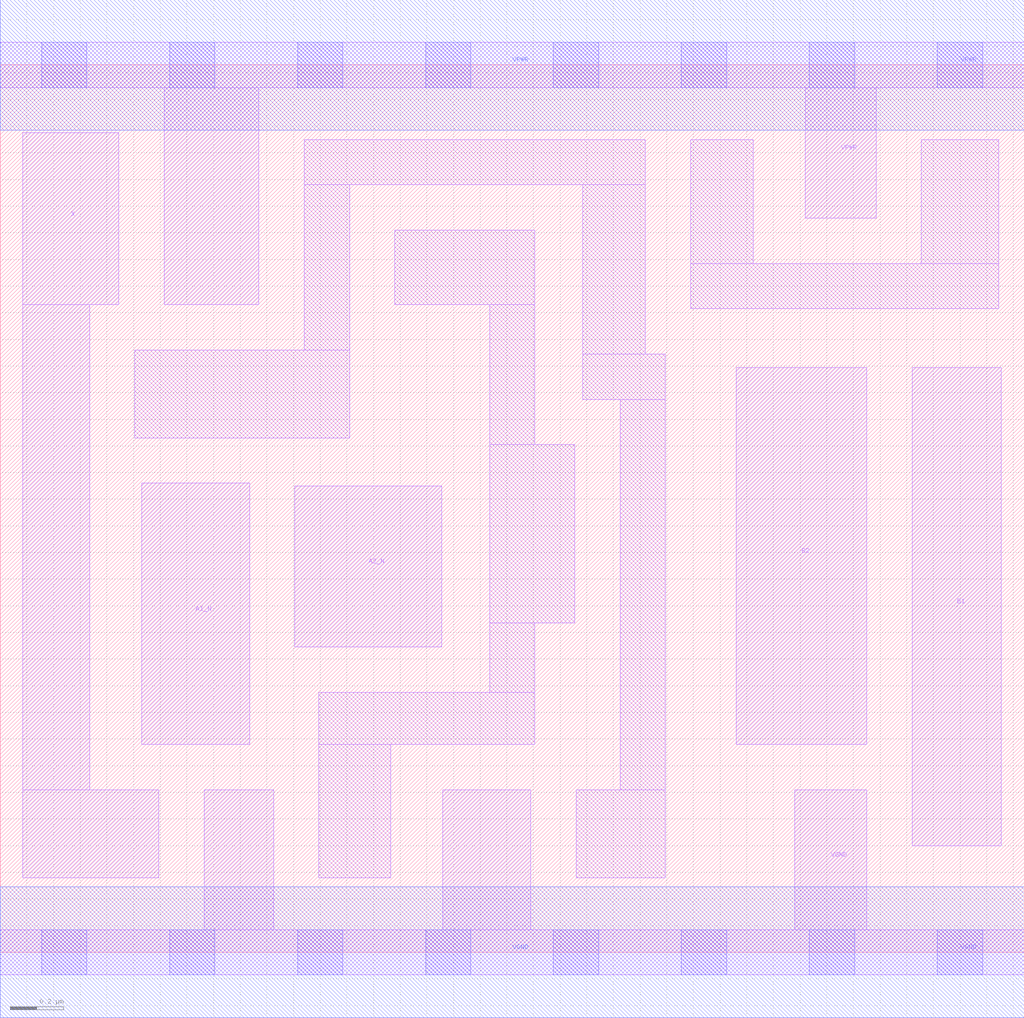
<source format=lef>
# Copyright 2020 The SkyWater PDK Authors
#
# Licensed under the Apache License, Version 2.0 (the "License");
# you may not use this file except in compliance with the License.
# You may obtain a copy of the License at
#
#     https://www.apache.org/licenses/LICENSE-2.0
#
# Unless required by applicable law or agreed to in writing, software
# distributed under the License is distributed on an "AS IS" BASIS,
# WITHOUT WARRANTIES OR CONDITIONS OF ANY KIND, either express or implied.
# See the License for the specific language governing permissions and
# limitations under the License.
#
# SPDX-License-Identifier: Apache-2.0

VERSION 5.7 ;
  NAMESCASESENSITIVE ON ;
  NOWIREEXTENSIONATPIN ON ;
  DIVIDERCHAR "/" ;
  BUSBITCHARS "[]" ;
UNITS
  DATABASE MICRONS 200 ;
END UNITS
MACRO sky130_fd_sc_lp__a2bb2o_0
  CLASS CORE ;
  SOURCE USER ;
  FOREIGN sky130_fd_sc_lp__a2bb2o_0 ;
  ORIGIN  0.000000  0.000000 ;
  SIZE  3.840000 BY  3.330000 ;
  SYMMETRY X Y R90 ;
  SITE unit ;
  PIN A1_N
    ANTENNAGATEAREA  0.126000 ;
    DIRECTION INPUT ;
    USE SIGNAL ;
    PORT
      LAYER li1 ;
        RECT 0.530000 0.780000 0.935000 1.760000 ;
    END
  END A1_N
  PIN A2_N
    ANTENNAGATEAREA  0.126000 ;
    DIRECTION INPUT ;
    USE SIGNAL ;
    PORT
      LAYER li1 ;
        RECT 1.105000 1.145000 1.655000 1.750000 ;
    END
  END A2_N
  PIN B1
    ANTENNAGATEAREA  0.126000 ;
    DIRECTION INPUT ;
    USE SIGNAL ;
    PORT
      LAYER li1 ;
        RECT 3.420000 0.400000 3.755000 2.195000 ;
    END
  END B1
  PIN B2
    ANTENNAGATEAREA  0.126000 ;
    DIRECTION INPUT ;
    USE SIGNAL ;
    PORT
      LAYER li1 ;
        RECT 2.760000 0.780000 3.250000 2.195000 ;
    END
  END B2
  PIN X
    ANTENNADIFFAREA  0.293500 ;
    DIRECTION OUTPUT ;
    USE SIGNAL ;
    PORT
      LAYER li1 ;
        RECT 0.085000 0.280000 0.595000 0.610000 ;
        RECT 0.085000 0.610000 0.335000 2.430000 ;
        RECT 0.085000 2.430000 0.445000 3.075000 ;
    END
  END X
  PIN VGND
    DIRECTION INOUT ;
    USE GROUND ;
    PORT
      LAYER li1 ;
        RECT 0.000000 -0.085000 3.840000 0.085000 ;
        RECT 0.765000  0.085000 1.025000 0.610000 ;
        RECT 1.660000  0.085000 1.990000 0.610000 ;
        RECT 2.980000  0.085000 3.250000 0.610000 ;
      LAYER mcon ;
        RECT 0.155000 -0.085000 0.325000 0.085000 ;
        RECT 0.635000 -0.085000 0.805000 0.085000 ;
        RECT 1.115000 -0.085000 1.285000 0.085000 ;
        RECT 1.595000 -0.085000 1.765000 0.085000 ;
        RECT 2.075000 -0.085000 2.245000 0.085000 ;
        RECT 2.555000 -0.085000 2.725000 0.085000 ;
        RECT 3.035000 -0.085000 3.205000 0.085000 ;
        RECT 3.515000 -0.085000 3.685000 0.085000 ;
      LAYER met1 ;
        RECT 0.000000 -0.245000 3.840000 0.245000 ;
    END
  END VGND
  PIN VPWR
    DIRECTION INOUT ;
    USE POWER ;
    PORT
      LAYER li1 ;
        RECT 0.000000 3.245000 3.840000 3.415000 ;
        RECT 0.615000 2.430000 0.970000 3.245000 ;
        RECT 3.020000 2.755000 3.285000 3.245000 ;
      LAYER mcon ;
        RECT 0.155000 3.245000 0.325000 3.415000 ;
        RECT 0.635000 3.245000 0.805000 3.415000 ;
        RECT 1.115000 3.245000 1.285000 3.415000 ;
        RECT 1.595000 3.245000 1.765000 3.415000 ;
        RECT 2.075000 3.245000 2.245000 3.415000 ;
        RECT 2.555000 3.245000 2.725000 3.415000 ;
        RECT 3.035000 3.245000 3.205000 3.415000 ;
        RECT 3.515000 3.245000 3.685000 3.415000 ;
      LAYER met1 ;
        RECT 0.000000 3.085000 3.840000 3.575000 ;
    END
  END VPWR
  OBS
    LAYER li1 ;
      RECT 0.505000 1.930000 1.310000 2.260000 ;
      RECT 1.140000 2.260000 1.310000 2.880000 ;
      RECT 1.140000 2.880000 2.420000 3.050000 ;
      RECT 1.195000 0.280000 1.465000 0.780000 ;
      RECT 1.195000 0.780000 2.005000 0.975000 ;
      RECT 1.480000 2.430000 2.005000 2.710000 ;
      RECT 1.835000 0.975000 2.005000 1.235000 ;
      RECT 1.835000 1.235000 2.155000 1.905000 ;
      RECT 1.835000 1.905000 2.005000 2.430000 ;
      RECT 2.160000 0.280000 2.495000 0.610000 ;
      RECT 2.185000 2.075000 2.495000 2.245000 ;
      RECT 2.185000 2.245000 2.420000 2.880000 ;
      RECT 2.325000 0.610000 2.495000 2.075000 ;
      RECT 2.590000 2.415000 3.745000 2.585000 ;
      RECT 2.590000 2.585000 2.825000 3.050000 ;
      RECT 3.455000 2.585000 3.745000 3.050000 ;
  END
END sky130_fd_sc_lp__a2bb2o_0

</source>
